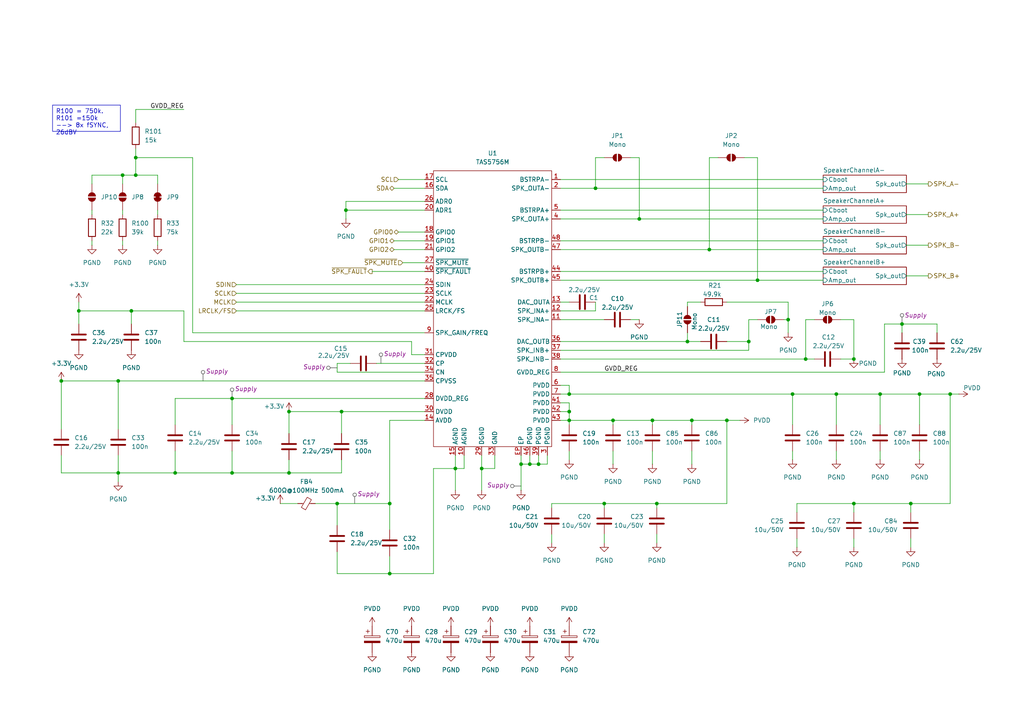
<source format=kicad_sch>
(kicad_sch (version 20231120) (generator "eeschema") (generator_version "8.0")
  (paper "A4")
  (title_block (title "Amplifier section"))
  (lib_symbols
    (symbol "Device:C" (pin_numbers hide) (pin_names (offset 0.254))
      (property "Reference" "C" (at 0.635 2.54 0))
      (property "Value" "C" (at 0.635 -2.54 0))
      (symbol "C_0_1"
        (polyline (pts (xy -2.032 -0.762) (xy 2.032 -0.762)) (stroke (width 0.508)))
        (polyline (pts (xy -2.032 0.762) (xy 2.032 0.762)) (stroke (width 0.508)))
      )
      (symbol "C_1_1"
        (pin passive line (at 0 3.81 270) (length 2.794) (name "~") (number "1"))
        (pin passive line (at 0 -3.81 90) (length 2.794) (name "~") (number "2"))
      )
    )
    (symbol "Device:C_Polarized" (pin_numbers hide) (pin_names (offset 0.254))
      (property "Reference" "C" (at 0.635 2.54 0))
      (property "Value" "C_Polarized" (at 0.635 -2.54 0))
      (symbol "C_Polarized_0_1"
        (rectangle (start -2.286 0.508) (end 2.286 1.016))
        (polyline (pts (xy -1.778 2.286) (xy -0.762 2.286)))
        (polyline (pts (xy -1.27 2.794) (xy -1.27 1.778)))
        (rectangle (start 2.286 -0.508) (end -2.286 -1.016) (fill (type outline)))
      )
      (symbol "C_Polarized_1_1"
        (pin passive line (at 0 3.81 270) (length 2.794) (name "~") (number "1"))
        (pin passive line (at 0 -3.81 90) (length 2.794) (name "~") (number "2"))
      )
    )
    (symbol "Device:FerriteBead_Small" (pin_numbers hide) (pin_names (offset 0))
      (property "Reference" "FB" (at 1.905 1.27 0))
      (property "Value" "FerriteBead_Small" (at 1.905 -1.27 0))
      (symbol "FerriteBead_Small_0_1"
        (polyline (pts (xy 0 -1.27) (xy 0 -0.7874)))
        (polyline (pts (xy 0 0.889) (xy 0 1.2954)))
        (polyline (pts (xy -1.8288 0.2794) (xy -1.1176 1.4986) (xy 1.8288 -0.2032) (xy 1.1176 -1.4224) (xy -1.8288 0.2794)))
      )
      (symbol "FerriteBead_Small_1_1"
        (pin passive line (at 0 2.54 270) (length 1.27) (name "~") (number "1"))
        (pin passive line (at 0 -2.54 90) (length 1.27) (name "~") (number "2"))
      )
    )
    (symbol "Device:R" (pin_numbers hide) (pin_names (offset 0))
      (property "Reference" "R" (at 2.032 0 90))
      (property "Value" "R" (at 0 0 90))
      (symbol "R_0_1"
        (rectangle (start -1.016 -2.54) (end 1.016 2.54) (stroke (width 0.254)))
      )
      (symbol "R_1_1"
        (pin passive line (at 0 3.81 270) (length 1.27) (name "~") (number "1"))
        (pin passive line (at 0 -3.81 90) (length 1.27) (name "~") (number "2"))
      )
    )
    (symbol "Jumper:SolderJumper_2_Bridged" (pin_numbers hide) (pin_names (offset 0) hide) (exclude_from_sim yes) (in_bom no)
      (property "Reference" "JP" (at 0 2.032 0))
      (property "Value" "SolderJumper_2_Bridged" (at 0 -2.54 0))
      (symbol "SolderJumper_2_Bridged_0_1"
        (rectangle (start -0.508 0.508) (end 0.508 -0.508) (fill (type outline)))
        (arc (start -0.254 1.016) (mid -1.2656 0) (end -0.254 -1.016))
        (arc (start -0.254 1.016) (mid -1.2656 0) (end -0.254 -1.016) (fill (type outline)))
        (polyline (pts (xy -0.254 1.016) (xy -0.254 -1.016)))
        (polyline (pts (xy 0.254 1.016) (xy 0.254 -1.016)))
        (arc (start 0.254 -1.016) (mid 1.2656 0) (end 0.254 1.016))
        (arc (start 0.254 -1.016) (mid 1.2656 0) (end 0.254 1.016) (fill (type outline)))
      )
      (symbol "SolderJumper_2_Bridged_1_1"
        (pin passive line (at -3.81 0 0) (length 2.54) (name "A") (number "1"))
        (pin passive line (at 3.81 0 180) (length 2.54) (name "B") (number "2"))
      )
    )
    (symbol "Jumper:SolderJumper_2_Open" (pin_numbers hide) (pin_names (offset 0) hide) (exclude_from_sim yes) (in_bom no)
      (property "Reference" "JP" (at 0 2.032 0))
      (property "Value" "SolderJumper_2_Open" (at 0 -2.54 0))
      (symbol "SolderJumper_2_Open_0_1"
        (arc (start -0.254 1.016) (mid -1.2656 0) (end -0.254 -1.016))
        (arc (start -0.254 1.016) (mid -1.2656 0) (end -0.254 -1.016) (fill (type outline)))
        (polyline (pts (xy -0.254 1.016) (xy -0.254 -1.016)))
        (polyline (pts (xy 0.254 1.016) (xy 0.254 -1.016)))
        (arc (start 0.254 -1.016) (mid 1.2656 0) (end 0.254 1.016))
        (arc (start 0.254 -1.016) (mid 1.2656 0) (end 0.254 1.016) (fill (type outline)))
      )
      (symbol "SolderJumper_2_Open_1_1"
        (pin passive line (at -3.81 0 0) (length 2.54) (name "A") (number "1"))
        (pin passive line (at 3.81 0 180) (length 2.54) (name "B") (number "2"))
      )
    )
    (symbol "TAS5756:TAS5756M"
      (property "Reference" "U" (at 0 0 0))
      (symbol "TAS5756M_0_1"
        (polyline (pts (xy -15.24 43.18) (xy -15.24 -36.83) (xy 19.05 -36.83) (xy 19.05 43.18) (xy -15.24 43.18)))
      )
      (symbol "TAS5756M_1_1"
        (pin power_in line (at 21.59 40.64 180) (length 2.54) (name "BSTRPA-") (number "1"))
        (pin power_in line (at -6.35 -39.37 90) (length 2.54) (name "AGND") (number "10"))
        (pin input line (at 21.59 0 180) (length 2.54) (name "SPK_INA-") (number "11"))
        (pin input line (at 21.59 2.54 180) (length 2.54) (name "SPK_INA+") (number "12"))
        (pin output line (at 21.59 5.08 180) (length 2.54) (name "DAC_OUTA") (number "13"))
        (pin power_in line (at -17.78 -29.21 0) (length 2.54) (name "AVDD") (number "14"))
        (pin power_in line (at -8.89 -39.37 90) (length 2.54) (name "AGND") (number "15"))
        (pin bidirectional line (at -17.78 38.1 0) (length 2.54) (name "SDA") (number "16"))
        (pin input line (at -17.78 40.64 0) (length 2.54) (name "SCL") (number "17"))
        (pin bidirectional line (at -17.78 25.4 0) (length 2.54) (name "GPIO0") (number "18"))
        (pin bidirectional line (at -17.78 22.86 0) (length 2.54) (name "GPIO1") (number "19"))
        (pin output line (at 21.59 38.1 180) (length 2.54) (name "SPK_OUTA-") (number "2"))
        (pin input line (at -17.78 31.75 0) (length 2.54) (name "ADR1") (number "20"))
        (pin bidirectional line (at -17.78 20.32 0) (length 2.54) (name "GPIO2") (number "21"))
        (pin input line (at -17.78 5.08 0) (length 2.54) (name "MCLK") (number "22"))
        (pin bidirectional line (at -17.78 7.62 0) (length 2.54) (name "SCLK") (number "23"))
        (pin input line (at -17.78 10.16 0) (length 2.54) (name "SDIN") (number "24"))
        (pin bidirectional line (at -17.78 2.54 0) (length 2.54) (name "LRCK/FS") (number "25"))
        (pin input line (at -17.78 34.29 0) (length 2.54) (name "ADR0") (number "26"))
        (pin input line (at -17.78 16.51 0) (length 2.54) (name "~{SPK_MUTE}") (number "27"))
        (pin power_in line (at -17.78 -22.86 0) (length 2.54) (name "DVDD_REG") (number "28"))
        (pin power_in line (at -1.27 -39.37 90) (length 2.54) (name "DGND") (number "29"))
        (pin power_in line (at 17.78 -39.37 90) (length 2.54) (name "PGND") (number "3"))
        (pin power_in line (at -17.78 -26.67 0) (length 2.54) (name "DVDD") (number "30"))
        (pin power_in line (at -17.78 -10.16 0) (length 2.54) (name "CPVDD") (number "31"))
        (pin power_in line (at -17.78 -12.7 0) (length 2.54) (name "CP") (number "32"))
        (pin power_in line (at 2.54 -39.37 90) (length 2.54) (name "GND") (number "33"))
        (pin power_in line (at -17.78 -15.24 0) (length 2.54) (name "CN") (number "34"))
        (pin power_in line (at -17.78 -17.78 0) (length 2.54) (name "CPVSS") (number "35"))
        (pin output line (at 21.59 -6.35 180) (length 2.54) (name "DAC_OUTB") (number "36"))
        (pin input line (at 21.59 -8.89 180) (length 2.54) (name "SPK_INB+") (number "37"))
        (pin input line (at 21.59 -11.43 180) (length 2.54) (name "SPK_INB-") (number "38"))
        (pin power_in line (at 15.24 -39.37 90) (length 2.54) (name "PGND") (number "39"))
        (pin output line (at 21.59 29.21 180) (length 2.54) (name "SPK_OUTA+") (number "4"))
        (pin open_collector line (at -17.78 13.97 0) (length 2.54) (name "~{SPK_FAULT}") (number "40"))
        (pin power_in line (at 21.59 -24.13 180) (length 2.54) (name "PVDD") (number "41"))
        (pin power_in line (at 21.59 -26.67 180) (length 2.54) (name "PVDD") (number "42"))
        (pin power_in line (at 21.59 -29.21 180) (length 2.54) (name "PVDD") (number "43"))
        (pin power_in line (at 21.59 13.97 180) (length 2.54) (name "BSTRPB+") (number "44"))
        (pin output line (at 21.59 11.43 180) (length 2.54) (name "SPK_OUTB+") (number "45"))
        (pin power_in line (at 12.7 -39.37 90) (length 2.54) (name "PGND") (number "46"))
        (pin output line (at 21.59 20.32 180) (length 2.54) (name "SPK_OUTB-") (number "47"))
        (pin power_in line (at 21.59 22.86 180) (length 2.54) (name "BSTRPB-") (number "48"))
        (pin power_in line (at 21.59 31.75 180) (length 2.54) (name "BSTRPA+") (number "5"))
        (pin power_in line (at 21.59 -19.05 180) (length 2.54) (name "PVDD") (number "6"))
        (pin power_in line (at 21.59 -21.59 180) (length 2.54) (name "PVDD") (number "7"))
        (pin power_in line (at 21.59 -15.24 180) (length 2.54) (name "GVDD_REG") (number "8"))
        (pin input line (at -17.78 -3.81 0) (length 2.54) (name "SPK_GAIN/FREQ") (number "9"))
        (pin power_in line (at 10.16 -39.37 90) (length 2.54) (name "EP") (number "EP"))
      )
    )
    (symbol "power:+24V" (power) (pin_numbers hide) (pin_names (offset 0) hide)
      (property "Value" "+24V" (at 0 3.556 0))
      (symbol "+24V_0_1"
        (polyline (pts (xy -0.762 1.27) (xy 0 2.54)))
        (polyline (pts (xy 0 0) (xy 0 2.54)))
        (polyline (pts (xy 0 2.54) (xy 0.762 1.27)))
      )
      (symbol "+24V_1_1"
        (pin power_in line (at 0 0 90) (length 0) (name "~") (number "1"))
      )
    )
    (symbol "power:+3.3V" (power) (pin_numbers hide) (pin_names (offset 0) hide)
      (property "Value" "+3.3V" (at 0 3.556 0))
      (symbol "+3.3V_0_1"
        (polyline (pts (xy -0.762 1.27) (xy 0 2.54)))
        (polyline (pts (xy 0 0) (xy 0 2.54)))
        (polyline (pts (xy 0 2.54) (xy 0.762 1.27)))
      )
      (symbol "+3.3V_1_1"
        (pin power_in line (at 0 0 90) (length 0) (name "~") (number "1"))
      )
    )
    (symbol "power:GND1" (power) (pin_numbers hide) (pin_names (offset 0) hide)
      (property "Value" "GND1" (at 0 -3.81 0))
      (symbol "GND1_0_1"
        (polyline (pts (xy 0 0) (xy 0 -1.27) (xy 1.27 -1.27) (xy 0 -2.54) (xy -1.27 -1.27) (xy 0 -1.27)))
      )
      (symbol "GND1_1_1"
        (pin power_in line (at 0 0 270) (length 0) (name "~") (number "1"))
      )
    )
  )
  (junction (at 97.79 146.05))
  (junction (at 67.31 115.57))
  (junction (at 38.1 90.17))
  (junction (at 113.03 166.37))
  (junction (at 255.27 114.3))
  (junction (at 34.29 110.49))
  (junction (at 229.87 114.3))
  (junction (at 67.31 137.16))
  (junction (at 132.08 135.89))
  (junction (at 165.1 121.92))
  (junction (at 205.74 72.39))
  (junction (at 200.66 121.92))
  (junction (at 151.13 134.62))
  (junction (at 247.65 104.14))
  (junction (at 172.72 54.61))
  (junction (at 233.68 104.14))
  (junction (at 261.62 93.98))
  (junction (at 17.78 110.49))
  (junction (at 266.7 114.3))
  (junction (at 139.7 135.89))
  (junction (at 22.86 90.17))
  (junction (at 35.56 50.8))
  (junction (at 199.39 99.06))
  (junction (at 153.67 134.62))
  (junction (at 264.16 146.05))
  (junction (at 185.42 63.5))
  (junction (at 275.59 114.3))
  (junction (at 175.26 146.05))
  (junction (at 100.33 60.96))
  (junction (at 190.5 146.05))
  (junction (at 177.8 121.92))
  (junction (at 189.23 121.92))
  (junction (at 247.65 146.05))
  (junction (at 228.6 92.71))
  (junction (at 83.82 137.16))
  (junction (at 165.1 119.38))
  (junction (at 219.71 81.28))
  (junction (at 34.29 137.16))
  (junction (at 217.17 99.06))
  (junction (at 242.57 114.3))
  (junction (at 165.1 114.3))
  (junction (at 50.8 137.16))
  (junction (at 210.82 121.92))
  (junction (at 39.37 45.72))
  (junction (at 156.21 134.62))
  (junction (at 99.06 119.38))
  (junction (at 113.03 146.05))
  (junction (at 83.82 119.38))
  (junction (at 39.37 50.8))
  (wire (pts (xy 165.1 111.76) (xy 165.1 114.3)))
  (wire (pts (xy 139.7 142.24) (xy 139.7 135.89)))
  (wire (pts (xy 151.13 134.62) (xy 151.13 142.24)))
  (wire (pts (xy 162.56 119.38) (xy 165.1 119.38)))
  (wire (pts (xy 177.8 121.92) (xy 189.23 121.92)))
  (wire (pts (xy 67.31 115.57) (xy 67.31 123.19)))
  (wire (pts (xy 215.9 45.72) (xy 219.71 45.72)))
  (wire (pts (xy 123.19 119.38) (xy 99.06 119.38)))
  (wire (pts (xy 229.87 130.81) (xy 229.87 133.35)))
  (wire (pts (xy 208.28 45.72) (xy 205.74 45.72)))
  (wire (pts (xy 97.79 166.37) (xy 113.03 166.37)))
  (wire (pts (xy 162.56 92.71) (xy 175.26 92.71)))
  (wire (pts (xy 177.8 130.81) (xy 177.8 134.62)))
  (wire (pts (xy 165.1 121.92) (xy 177.8 121.92)))
  (wire (pts (xy 38.1 90.17) (xy 38.1 93.98)))
  (wire (pts (xy 264.16 146.05) (xy 264.16 148.59)))
  (wire (pts (xy 125.73 166.37) (xy 125.73 135.89)))
  (wire (pts (xy 266.7 114.3) (xy 266.7 123.19)))
  (wire (pts (xy 160.02 146.05) (xy 160.02 147.32)))
  (wire (pts (xy 271.78 93.98) (xy 271.78 96.52)))
  (wire (pts (xy 261.62 93.98) (xy 261.62 96.52)))
  (wire (pts (xy 199.39 96.52) (xy 199.39 99.06)))
  (wire (pts (xy 247.65 92.71) (xy 247.65 104.14)))
  (wire (pts (xy 242.57 130.81) (xy 242.57 133.35)))
  (wire (pts (xy 67.31 137.16) (xy 50.8 137.16)))
  (wire (pts (xy 45.72 50.8) (xy 45.72 53.34)))
  (wire (pts (xy 162.56 72.39) (xy 205.74 72.39)))
  (wire (pts (xy 83.82 119.38) (xy 99.06 119.38)))
  (wire (pts (xy 255.27 114.3) (xy 266.7 114.3)))
  (wire (pts (xy 139.7 135.89) (xy 139.7 132.08)))
  (wire (pts (xy 109.22 105.41) (xy 123.19 105.41)))
  (wire (pts (xy 68.58 90.17) (xy 123.19 90.17)))
  (wire (pts (xy 38.1 90.17) (xy 53.34 90.17)))
  (wire (pts (xy 256.54 93.98) (xy 261.62 93.98)))
  (wire (pts (xy 26.67 71.12) (xy 26.67 69.85)))
  (wire (pts (xy 217.17 92.71) (xy 217.17 99.06)))
  (wire (pts (xy 39.37 45.72) (xy 39.37 50.8)))
  (wire (pts (xy 34.29 132.08) (xy 34.29 137.16)))
  (wire (pts (xy 114.3 54.61) (xy 123.19 54.61)))
  (wire (pts (xy 156.21 134.62) (xy 158.75 134.62)))
  (wire (pts (xy 26.67 53.34) (xy 26.67 50.8)))
  (wire (pts (xy 162.56 101.6) (xy 217.17 101.6)))
  (wire (pts (xy 151.13 134.62) (xy 151.13 132.08)))
  (wire (pts (xy 68.58 82.55) (xy 123.19 82.55)))
  (wire (pts (xy 116.84 76.2) (xy 123.19 76.2)))
  (wire (pts (xy 243.84 104.14) (xy 247.65 104.14)))
  (wire (pts (xy 190.5 146.05) (xy 190.5 147.32)))
  (wire (pts (xy 26.67 60.96) (xy 26.67 62.23)))
  (wire (pts (xy 190.5 146.05) (xy 175.26 146.05)))
  (wire (pts (xy 97.79 152.4) (xy 97.79 146.05)))
  (wire (pts (xy 50.8 123.19) (xy 50.8 115.57)))
  (wire (pts (xy 236.22 92.71) (xy 233.68 92.71)))
  (wire (pts (xy 262.89 71.12) (xy 269.24 71.12)))
  (wire (pts (xy 97.79 105.41) (xy 101.6 105.41)))
  (wire (pts (xy 67.31 130.81) (xy 67.31 137.16)))
  (wire (pts (xy 217.17 101.6) (xy 217.17 99.06)))
  (wire (pts (xy 200.66 121.92) (xy 210.82 121.92)))
  (wire (pts (xy 162.56 121.92) (xy 165.1 121.92)))
  (wire (pts (xy 228.6 87.63) (xy 228.6 92.71)))
  (wire (pts (xy 182.88 45.72) (xy 185.42 45.72)))
  (wire (pts (xy 22.86 87.63) (xy 22.86 90.17)))
  (wire (pts (xy 100.33 58.42) (xy 123.19 58.42)))
  (wire (pts (xy 219.71 81.28) (xy 238.76 81.28)))
  (wire (pts (xy 97.79 107.95) (xy 97.79 105.41)))
  (wire (pts (xy 233.68 104.14) (xy 236.22 104.14)))
  (wire (pts (xy 255.27 114.3) (xy 255.27 123.19)))
  (wire (pts (xy 228.6 92.71) (xy 228.6 96.52)))
  (wire (pts (xy 39.37 35.56) (xy 39.37 31.75)))
  (wire (pts (xy 35.56 60.96) (xy 35.56 62.23)))
  (wire (pts (xy 39.37 45.72) (xy 55.88 45.72)))
  (wire (pts (xy 113.03 161.29) (xy 113.03 166.37)))
  (wire (pts (xy 100.33 60.96) (xy 100.33 58.42)))
  (wire (pts (xy 231.14 146.05) (xy 231.14 148.59)))
  (wire (pts (xy 114.3 69.85) (xy 123.19 69.85)))
  (wire (pts (xy 53.34 90.17) (xy 53.34 99.06)))
  (wire (pts (xy 162.56 107.95) (xy 256.54 107.95)))
  (wire (pts (xy 81.28 146.05) (xy 86.36 146.05)))
  (wire (pts (xy 162.56 99.06) (xy 199.39 99.06)))
  (wire (pts (xy 114.3 72.39) (xy 123.19 72.39)))
  (wire (pts (xy 247.65 146.05) (xy 247.65 148.59)))
  (wire (pts (xy 162.56 87.63) (xy 165.1 87.63)))
  (wire (pts (xy 123.19 60.96) (xy 100.33 60.96)))
  (wire (pts (xy 189.23 121.92) (xy 189.23 123.19)))
  (wire (pts (xy 123.19 121.92) (xy 113.03 121.92)))
  (wire (pts (xy 113.03 166.37) (xy 125.73 166.37)))
  (wire (pts (xy 99.06 119.38) (xy 99.06 125.73)))
  (wire (pts (xy 83.82 125.73) (xy 83.82 119.38)))
  (wire (pts (xy 132.08 135.89) (xy 132.08 142.24)))
  (wire (pts (xy 185.42 63.5) (xy 238.76 63.5)))
  (wire (pts (xy 22.86 90.17) (xy 38.1 90.17)))
  (wire (pts (xy 162.56 69.85) (xy 238.76 69.85)))
  (wire (pts (xy 200.66 121.92) (xy 200.66 123.19)))
  (wire (pts (xy 262.89 80.01) (xy 269.24 80.01)))
  (wire (pts (xy 165.1 133.35) (xy 165.1 130.81)))
  (wire (pts (xy 233.68 92.71) (xy 233.68 104.14)))
  (wire (pts (xy 189.23 121.92) (xy 200.66 121.92)))
  (wire (pts (xy 205.74 72.39) (xy 238.76 72.39)))
  (wire (pts (xy 229.87 114.3) (xy 242.57 114.3)))
  (wire (pts (xy 165.1 119.38) (xy 165.1 121.92)))
  (wire (pts (xy 151.13 134.62) (xy 153.67 134.62)))
  (wire (pts (xy 107.95 78.74) (xy 123.19 78.74)))
  (wire (pts (xy 123.19 110.49) (xy 34.29 110.49)))
  (wire (pts (xy 172.72 54.61) (xy 238.76 54.61)))
  (wire (pts (xy 83.82 133.35) (xy 83.82 137.16)))
  (wire (pts (xy 162.56 116.84) (xy 165.1 116.84)))
  (wire (pts (xy 39.37 50.8) (xy 45.72 50.8)))
  (wire (pts (xy 210.82 87.63) (xy 228.6 87.63)))
  (wire (pts (xy 39.37 43.18) (xy 39.37 45.72)))
  (wire (pts (xy 156.21 132.08) (xy 156.21 134.62)))
  (wire (pts (xy 165.1 114.3) (xy 229.87 114.3)))
  (wire (pts (xy 132.08 135.89) (xy 134.62 135.89)))
  (wire (pts (xy 275.59 146.05) (xy 264.16 146.05)))
  (wire (pts (xy 162.56 78.74) (xy 238.76 78.74)))
  (wire (pts (xy 264.16 146.05) (xy 247.65 146.05)))
  (wire (pts (xy 113.03 146.05) (xy 113.03 153.67)))
  (wire (pts (xy 165.1 116.84) (xy 165.1 119.38)))
  (wire (pts (xy 83.82 137.16) (xy 67.31 137.16)))
  (wire (pts (xy 17.78 110.49) (xy 34.29 110.49)))
  (wire (pts (xy 160.02 157.48) (xy 160.02 154.94)))
  (wire (pts (xy 119.38 102.87) (xy 123.19 102.87)))
  (wire (pts (xy 199.39 99.06) (xy 203.2 99.06)))
  (wire (pts (xy 203.2 87.63) (xy 199.39 87.63)))
  (wire (pts (xy 256.54 107.95) (xy 256.54 93.98)))
  (wire (pts (xy 162.56 63.5) (xy 185.42 63.5)))
  (wire (pts (xy 227.33 92.71) (xy 228.6 92.71)))
  (wire (pts (xy 125.73 135.89) (xy 132.08 135.89)))
  (wire (pts (xy 189.23 130.81) (xy 189.23 134.62)))
  (wire (pts (xy 185.42 45.72) (xy 185.42 63.5)))
  (wire (pts (xy 199.39 87.63) (xy 199.39 88.9)))
  (wire (pts (xy 119.38 99.06) (xy 53.34 99.06)))
  (wire (pts (xy 162.56 114.3) (xy 165.1 114.3)))
  (wire (pts (xy 243.84 92.71) (xy 247.65 92.71)))
  (wire (pts (xy 247.65 146.05) (xy 231.14 146.05)))
  (wire (pts (xy 242.57 114.3) (xy 255.27 114.3)))
  (wire (pts (xy 219.71 92.71) (xy 217.17 92.71)))
  (wire (pts (xy 123.19 107.95) (xy 97.79 107.95)))
  (wire (pts (xy 190.5 146.05) (xy 210.82 146.05)))
  (wire (pts (xy 255.27 130.81) (xy 255.27 133.35)))
  (wire (pts (xy 172.72 90.17) (xy 172.72 87.63)))
  (wire (pts (xy 242.57 114.3) (xy 242.57 123.19)))
  (wire (pts (xy 55.88 96.52) (xy 55.88 45.72)))
  (wire (pts (xy 162.56 81.28) (xy 219.71 81.28)))
  (wire (pts (xy 264.16 158.75) (xy 264.16 156.21)))
  (wire (pts (xy 91.44 146.05) (xy 97.79 146.05)))
  (wire (pts (xy 113.03 121.92) (xy 113.03 146.05)))
  (wire (pts (xy 35.56 71.12) (xy 35.56 69.85)))
  (wire (pts (xy 68.58 87.63) (xy 123.19 87.63)))
  (wire (pts (xy 210.82 121.92) (xy 210.82 146.05)))
  (wire (pts (xy 266.7 130.81) (xy 266.7 133.35)))
  (wire (pts (xy 67.31 115.57) (xy 123.19 115.57)))
  (wire (pts (xy 175.26 146.05) (xy 160.02 146.05)))
  (wire (pts (xy 162.56 52.07) (xy 238.76 52.07)))
  (wire (pts (xy 55.88 96.52) (xy 123.19 96.52)))
  (wire (pts (xy 175.26 157.48) (xy 175.26 154.94)))
  (wire (pts (xy 175.26 146.05) (xy 175.26 147.32)))
  (wire (pts (xy 45.72 71.12) (xy 45.72 69.85)))
  (wire (pts (xy 162.56 90.17) (xy 172.72 90.17)))
  (wire (pts (xy 162.56 104.14) (xy 233.68 104.14)))
  (wire (pts (xy 26.67 50.8) (xy 35.56 50.8)))
  (wire (pts (xy 100.33 60.96) (xy 100.33 63.5)))
  (wire (pts (xy 210.82 121.92) (xy 214.63 121.92)))
  (wire (pts (xy 219.71 45.72) (xy 219.71 81.28)))
  (wire (pts (xy 50.8 115.57) (xy 67.31 115.57)))
  (wire (pts (xy 158.75 132.08) (xy 158.75 134.62)))
  (wire (pts (xy 275.59 114.3) (xy 278.13 114.3)))
  (wire (pts (xy 200.66 130.81) (xy 200.66 134.62)))
  (wire (pts (xy 34.29 137.16) (xy 34.29 139.7)))
  (wire (pts (xy 35.56 53.34) (xy 35.56 50.8)))
  (wire (pts (xy 132.08 135.89) (xy 132.08 132.08)))
  (wire (pts (xy 97.79 160.02) (xy 97.79 166.37)))
  (wire (pts (xy 162.56 60.96) (xy 238.76 60.96)))
  (wire (pts (xy 172.72 45.72) (xy 172.72 54.61)))
  (wire (pts (xy 261.62 93.98) (xy 271.78 93.98)))
  (wire (pts (xy 231.14 158.75) (xy 231.14 156.21)))
  (wire (pts (xy 99.06 137.16) (xy 83.82 137.16)))
  (wire (pts (xy 34.29 137.16) (xy 17.78 137.16)))
  (wire (pts (xy 177.8 121.92) (xy 177.8 123.19)))
  (wire (pts (xy 50.8 130.81) (xy 50.8 137.16)))
  (wire (pts (xy 262.89 62.23) (xy 269.24 62.23)))
  (wire (pts (xy 45.72 62.23) (xy 45.72 60.96)))
  (wire (pts (xy 134.62 132.08) (xy 134.62 135.89)))
  (wire (pts (xy 266.7 114.3) (xy 275.59 114.3)))
  (wire (pts (xy 22.86 90.17) (xy 22.86 93.98)))
  (wire (pts (xy 97.79 146.05) (xy 113.03 146.05)))
  (wire (pts (xy 115.57 67.31) (xy 123.19 67.31)))
  (wire (pts (xy 247.65 158.75) (xy 247.65 156.21)))
  (wire (pts (xy 17.78 132.08) (xy 17.78 137.16)))
  (wire (pts (xy 182.88 92.71) (xy 185.42 92.71)))
  (wire (pts (xy 35.56 50.8) (xy 39.37 50.8)))
  (wire (pts (xy 50.8 137.16) (xy 34.29 137.16)))
  (wire (pts (xy 162.56 54.61) (xy 172.72 54.61)))
  (wire (pts (xy 205.74 45.72) (xy 205.74 72.39)))
  (wire (pts (xy 190.5 157.48) (xy 190.5 154.94)))
  (wire (pts (xy 165.1 121.92) (xy 165.1 123.19)))
  (wire (pts (xy 115.57 52.07) (xy 123.19 52.07)))
  (wire (pts (xy 39.37 31.75) (xy 53.34 31.75)))
  (wire (pts (xy 143.51 135.89) (xy 139.7 135.89)))
  (wire (pts (xy 153.67 132.08) (xy 153.67 134.62)))
  (wire (pts (xy 275.59 114.3) (xy 275.59 146.05)))
  (wire (pts (xy 153.67 134.62) (xy 156.21 134.62)))
  (wire (pts (xy 34.29 110.49) (xy 34.29 124.46)))
  (wire (pts (xy 119.38 102.87) (xy 119.38 99.06)))
  (wire (pts (xy 175.26 45.72) (xy 172.72 45.72)))
  (wire (pts (xy 210.82 99.06) (xy 217.17 99.06)))
  (wire (pts (xy 262.89 53.34) (xy 269.24 53.34)))
  (wire (pts (xy 99.06 133.35) (xy 99.06 137.16)))
  (wire (pts (xy 229.87 114.3) (xy 229.87 123.19)))
  (wire (pts (xy 17.78 124.46) (xy 17.78 110.49)))
  (wire (pts (xy 68.58 85.09) (xy 123.19 85.09)))
  (wire (pts (xy 162.56 111.76) (xy 165.1 111.76)))
  (wire (pts (xy 143.51 132.08) (xy 143.51 135.89)))
  (text_box "R100 = 750k. R101 =150k --> 8x fSYNC, 26dBV" (at 15.24 30.48 0) (size 19.685 7.62) (effects (font (size 1.27 1.27)) (justify left top)))
  (label "GVDD_REG" (at 53.34 31.75 180))
  (label "GVDD_REG" (at 175.26 107.95 0))
  (hierarchical_label "GPIO0" (shape bidirectional) (at 115.57 67.31 180))
  (hierarchical_label "~{SPK_MUTE}" (shape input) (at 116.84 76.2 180))
  (hierarchical_label "SPK_B-" (shape output) (at 269.24 71.12 0))
  (hierarchical_label "SCLK" (shape input) (at 68.58 85.09 180))
  (hierarchical_label "MCLK" (shape input) (at 68.58 87.63 180))
  (hierarchical_label "SPK_A-" (shape output) (at 269.24 53.34 0))
  (hierarchical_label "GPIO1" (shape bidirectional) (at 114.3 69.85 180))
  (hierarchical_label "SDIN" (shape input) (at 68.58 82.55 180))
  (hierarchical_label "SPK_A+" (shape output) (at 269.24 62.23 0))
  (hierarchical_label "SPK_B+" (shape output) (at 269.24 80.01 0))
  (hierarchical_label "GPIO2" (shape bidirectional) (at 114.3 72.39 180))
  (hierarchical_label "SDA" (shape bidirectional) (at 114.3 54.61 180))
  (hierarchical_label "~{SPK_FAULT}" (shape output) (at 107.95 78.74 180))
  (hierarchical_label "LRCLK{slash}FS" (shape input) (at 68.58 90.17 180))
  (hierarchical_label "SCL" (shape input) (at 115.57 52.07 180))
  (netclass_flag "" (length 2.54) (shape round) (at 102.87 146.05 0) (property "Netclass" "Supply" (at 103.632 143.256 0) (effects (font (italic yes)) (justify left))))
  (netclass_flag "" (length 2.54) (shape round) (at 110.49 105.41 0) (property "Netclass" "Supply" (at 111.252 102.616 0) (effects (font (italic yes)) (justify left))))
  (netclass_flag "" (length 2.54) (shape round) (at 151.13 140.97 90) (property "Netclass" "Supply" (at 141.224 140.716 0) (effects (font (italic yes)) (justify left))))
  (netclass_flag "" (length 2.54) (shape round) (at 58.887 110.49 0) (property "Netclass" "Supply" (at 59.649 107.696 0) (effects (font (italic yes)) (justify left))))
  (netclass_flag "" (length 2.54) (shape round) (at 97.79 106.68 90) (property "Netclass" "Supply" (at 87.884 106.426 0) (effects (font (italic yes)) (justify left))))
  (netclass_flag "" (length 2.54) (shape round) (at 261.62 93.98 0) (property "Netclass" "Supply" (at 262.3185 91.44 0) (effects (font (italic yes)) (justify left))))
  (netclass_flag "" (length 2.54) (shape round) (at 67.31 115.57 0) (property "Netclass" "Supply" (at 68.072 112.776 0) (effects (font (italic yes)) (justify left))))
  (symbol (lib_id "power:GND1") (at 175.26 157.48 0) (unit 1)
    (property "Reference" "#PWR027" (effects (hide yes)))
    (property "Value" "PGND" (at 175.26 162.56 0))
    (property "Description" "Power symbol creates a global label with name \"GND1\" , ground" (effects (hide yes)))
  )
  (symbol (lib_id "Jumper:SolderJumper_2_Open") (at 199.39 92.71 90) (unit 1) (exclude_from_sim yes) (in_bom no)
    (property "Reference" "JP11" (at 197.104 92.71 0))
    (property "Value" "Mono" (at 201.422 93.218 0))
    (property "Footprint" "Jumper:SolderJumper-2_P1.3mm_Open_RoundedPad1.0x1.5mm" (effects (hide yes)))
    (property "Description" "Solder Jumper, 2-pole, open" (effects (hide yes)))
  )
  (symbol (lib_id "power:GND1") (at 45.72 71.12 0) (unit 1)
    (property "Reference" "#PWR030" (effects (hide yes)))
    (property "Value" "PGND" (at 45.72 76.2 0))
    (property "Description" "Power symbol creates a global label with name \"GND1\" , ground" (effects (hide yes)))
  )
  (symbol (lib_id "power:GND1") (at 22.86 101.6 0) (unit 1)
    (property "Reference" "#PWR054" (effects (hide yes)))
    (property "Value" "PGND" (at 22.86 106.68 0))
    (property "Description" "Power symbol creates a global label with name \"GND1\" , ground" (effects (hide yes)))
  )
  (symbol (lib_id "Device:C") (at 105.41 105.41 270) (unit 1)
    (property "Reference" "C15" (at 98.806 101.092 90))
    (property "Value" "2.2u/25V" (at 96.774 103.124 90))
    (property "Footprint" "Capacitor_SMD:C_0805_2012Metric" (effects (hide yes)))
    (property "Description" "Unpolarized capacitor" (effects (hide yes)))
  )
  (symbol (lib_id "power:GND1") (at 229.87 133.35 0) (unit 1)
    (property "Reference" "#PWR023" (effects (hide yes)))
    (property "Value" "PGND" (at 229.87 138.43 0))
    (property "Description" "Power symbol creates a global label with name \"GND1\" , ground" (effects (hide yes)))
  )
  (symbol (lib_id "Device:C") (at 17.78 128.27 0) (unit 1)
    (property "Reference" "C16" (at 21.59 126.9999 0) (effects (justify left)))
    (property "Value" "2.2u/25V" (at 21.59 129.5399 0) (effects (justify left)))
    (property "Footprint" "Capacitor_SMD:C_0805_2012Metric" (effects (hide yes)))
    (property "Description" "Unpolarized capacitor" (effects (hide yes)))
  )
  (symbol (lib_id "power:+24V") (at 107.95 181.61 0) (unit 1)
    (property "Reference" "#PWR03" (effects (hide yes)))
    (property "Value" "PVDD" (at 107.95 176.53 0))
    (property "Description" "Power symbol creates a global label with name \"+24V\"" (effects (hide yes)))
  )
  (symbol (lib_id "power:GND1") (at 100.33 63.5 0) (unit 1)
    (property "Reference" "#PWR02" (effects (hide yes)))
    (property "Value" "PGND" (at 100.33 68.58 0))
    (property "Description" "Power symbol creates a global label with name \"GND1\" , ground" (effects (hide yes)))
  )
  (symbol (lib_id "Jumper:SolderJumper_2_Open") (at 35.56 57.15 90) (unit 1) (exclude_from_sim yes) (in_bom no)
    (property "Reference" "JP8" (at 38.1 57.1499 90) (effects (justify right)))
    (property "Value" "SolderJumper_2_Open" (effects (hide yes)))
    (property "Footprint" "Jumper:SolderJumper-2_P1.3mm_Open_RoundedPad1.0x1.5mm" (effects (hide yes)))
    (property "Description" "Solder Jumper, 2-pole, open" (effects (hide yes)))
  )
  (symbol (lib_id "Device:C") (at 190.5 151.13 0) (mirror y) (unit 1)
    (property "Reference" "C23" (at 186.69 149.8599 0) (effects (justify left)))
    (property "Value" "10u/50V" (at 186.69 152.3999 0) (effects (justify left)))
    (property "Footprint" "Capacitor_SMD:C_1206_3216Metric" (effects (hide yes)))
    (property "Description" "Unpolarized capacitor" (effects (hide yes)))
  )
  (symbol (lib_id "Device:C") (at 22.86 97.79 0) (unit 1)
    (property "Reference" "C36" (at 26.67 96.5199 0) (effects (justify left)))
    (property "Value" "2.2u/25V" (at 26.67 99.0599 0) (effects (justify left)))
    (property "Footprint" "Capacitor_SMD:C_0805_2012Metric" (effects (hide yes)))
    (property "Description" "Unpolarized capacitor" (effects (hide yes)))
  )
  (symbol (lib_id "power:+3.3V") (at 17.78 110.49 0) (unit 1)
    (property "Reference" "#PWR051" (effects (hide yes)))
    (property "Value" "+3.3V" (at 17.78 105.41 0))
    (property "Description" "Power symbol creates a global label with name \"+3.3V\"" (effects (hide yes)))
  )
  (symbol (lib_id "Device:C") (at 200.66 127 0) (unit 1)
    (property "Reference" "C86" (at 204.47 125.7299 0) (effects (justify left)))
    (property "Value" "100n" (at 204.47 128.2699 0) (effects (justify left)))
    (property "Footprint" "Capacitor_SMD:C_0603_1608Metric" (effects (hide yes)))
    (property "Description" "Unpolarized capacitor" (effects (hide yes)))
  )
  (symbol (lib_id "Device:C") (at 247.65 152.4 0) (mirror y) (unit 1)
    (property "Reference" "C27" (at 243.84 151.1299 0) (effects (justify left)))
    (property "Value" "10u/50V" (at 243.84 153.6699 0) (effects (justify left)))
    (property "Footprint" "Capacitor_SMD:C_1206_3216Metric" (effects (hide yes)))
    (property "Description" "Unpolarized capacitor" (effects (hide yes)))
  )
  (symbol (lib_id "power:GND1") (at 189.23 134.62 0) (unit 1)
    (property "Reference" "#PWR0122" (effects (hide yes)))
    (property "Value" "PGND" (at 189.23 139.7 0))
    (property "Description" "Power symbol creates a global label with name \"GND1\" , ground" (effects (hide yes)))
  )
  (symbol (lib_id "power:GND1") (at 142.24 189.23 0) (unit 1)
    (property "Reference" "#PWR041" (effects (hide yes)))
    (property "Value" "PGND" (at 142.24 194.31 0))
    (property "Description" "Power symbol creates a global label with name \"GND1\" , ground" (effects (hide yes)))
  )
  (symbol (lib_id "Device:C_Polarized") (at 107.95 185.42 0) (unit 1)
    (property "Reference" "C70" (at 111.76 183.2609 0) (effects (justify left)))
    (property "Value" "470u" (at 111.76 185.8009 0) (effects (justify left)))
    (property "Footprint" "Capacitor_THT:CP_Radial_D10.0mm_P5.00mm_P7.50mm" (effects (hide yes)))
    (property "Description" "Polarized capacitor" (effects (hide yes)))
    (property "reichelt" "FR-A 470U 35" (effects (hide yes)))
  )
  (symbol (lib_id "power:GND1") (at 139.7 142.24 0) (unit 1)
    (property "Reference" "#PWR011" (effects (hide yes)))
    (property "Value" "PGND" (at 139.7 147.32 0))
    (property "Description" "Power symbol creates a global label with name \"GND1\" , ground" (effects (hide yes)))
  )
  (symbol (lib_id "Device:C") (at 189.23 127 0) (unit 1)
    (property "Reference" "C85" (at 193.04 125.7299 0) (effects (justify left)))
    (property "Value" "100n" (at 193.04 128.2699 0) (effects (justify left)))
    (property "Footprint" "Capacitor_SMD:C_0603_1608Metric" (effects (hide yes)))
    (property "Description" "Unpolarized capacitor" (effects (hide yes)))
  )
  (symbol (lib_id "power:+24V") (at 142.24 181.61 0) (unit 1)
    (property "Reference" "#PWR040" (effects (hide yes)))
    (property "Value" "PVDD" (at 142.24 176.53 0))
    (property "Description" "Power symbol creates a global label with name \"+24V\"" (effects (hide yes)))
  )
  (symbol (lib_id "Device:C") (at 177.8 127 0) (unit 1)
    (property "Reference" "C13" (at 181.61 125.7299 0) (effects (justify left)))
    (property "Value" "100n" (at 181.61 128.2699 0) (effects (justify left)))
    (property "Footprint" "Capacitor_SMD:C_0603_1608Metric" (effects (hide yes)))
    (property "Description" "Unpolarized capacitor" (effects (hide yes)))
  )
  (symbol (lib_id "Device:C") (at 240.03 104.14 90) (unit 1)
    (property "Reference" "C12" (at 240.284 97.79 90))
    (property "Value" "2.2u/25V" (at 240.284 100.33 90))
    (property "Footprint" "Capacitor_SMD:C_0805_2012Metric" (effects (hide yes)))
    (property "Description" "Unpolarized capacitor" (effects (hide yes)))
  )
  (symbol (lib_id "power:GND1") (at 153.67 189.23 0) (unit 1)
    (property "Reference" "#PWR043" (effects (hide yes)))
    (property "Value" "PGND" (at 153.67 194.31 0))
    (property "Description" "Power symbol creates a global label with name \"GND1\" , ground" (effects (hide yes)))
  )
  (symbol (lib_id "power:GND1") (at 165.1 133.35 0) (unit 1)
    (property "Reference" "#PWR031" (effects (hide yes)))
    (property "Value" "PGND" (at 165.1 138.43 0))
    (property "Description" "Power symbol creates a global label with name \"GND1\" , ground" (effects (hide yes)))
  )
  (symbol (lib_id "power:GND1") (at 264.16 158.75 0) (unit 1)
    (property "Reference" "#PWR033" (effects (hide yes)))
    (property "Value" "PGND" (at 264.16 163.83 0))
    (property "Description" "Power symbol creates a global label with name \"GND1\" , ground" (effects (hide yes)))
  )
  (symbol (lib_id "power:+24V") (at 278.13 114.3 270) (unit 1)
    (property "Reference" "#PWR032" (effects (hide yes)))
    (property "Value" "PVDD" (at 279.4 112.522 90) (effects (justify left)))
    (property "Description" "Power symbol creates a global label with name \"+24V\"" (effects (hide yes)))
  )
  (symbol (lib_id "power:GND1") (at 130.81 189.23 0) (unit 1)
    (property "Reference" "#PWR039" (effects (hide yes)))
    (property "Value" "PGND" (at 130.81 194.31 0))
    (property "Description" "Power symbol creates a global label with name \"GND1\" , ground" (effects (hide yes)))
  )
  (symbol (lib_id "power:+24V") (at 119.38 181.61 0) (unit 1)
    (property "Reference" "#PWR036" (effects (hide yes)))
    (property "Value" "PVDD" (at 119.38 176.53 0))
    (property "Description" "Power symbol creates a global label with name \"+24V\"" (effects (hide yes)))
  )
  (symbol (lib_id "Jumper:SolderJumper_2_Open") (at 212.09 45.72 0) (unit 1) (exclude_from_sim yes) (in_bom no)
    (property "Reference" "JP2" (at 212.09 39.37 0))
    (property "Value" "Mono" (at 212.09 41.91 0))
    (property "Footprint" "Jumper:SolderJumper-2_P1.3mm_Open_RoundedPad1.0x1.5mm" (effects (hide yes)))
    (property "Description" "Solder Jumper, 2-pole, open" (effects (hide yes)))
  )
  (symbol (lib_id "Device:C") (at 175.26 151.13 0) (mirror y) (unit 1)
    (property "Reference" "C20" (at 171.45 149.8599 0) (effects (justify left)))
    (property "Value" "10u/50V" (at 171.45 152.3999 0) (effects (justify left)))
    (property "Footprint" "Capacitor_SMD:C_1206_3216Metric" (effects (hide yes)))
    (property "Description" "Unpolarized capacitor" (effects (hide yes)))
  )
  (symbol (lib_id "power:GND1") (at 247.65 158.75 0) (unit 1)
    (property "Reference" "#PWR022" (effects (hide yes)))
    (property "Value" "PGND" (at 247.65 163.83 0))
    (property "Description" "Power symbol creates a global label with name \"GND1\" , ground" (effects (hide yes)))
  )
  (symbol (lib_id "Jumper:SolderJumper_2_Open") (at 179.07 45.72 0) (unit 1) (exclude_from_sim yes) (in_bom no)
    (property "Reference" "JP1" (at 179.07 39.37 0))
    (property "Value" "Mono" (at 179.07 41.91 0))
    (property "Footprint" "Jumper:SolderJumper-2_P1.3mm_Open_RoundedPad1.0x1.5mm" (effects (hide yes)))
    (property "Description" "Solder Jumper, 2-pole, open" (effects (hide yes)))
  )
  (symbol (lib_id "Device:C_Polarized") (at 130.81 185.42 0) (unit 1)
    (property "Reference" "C29" (at 134.62 183.2609 0) (effects (justify left)))
    (property "Value" "470u" (at 134.62 185.8009 0) (effects (justify left)))
    (property "Footprint" "Capacitor_THT:CP_Radial_D10.0mm_P5.00mm_P7.50mm" (effects (hide yes)))
    (property "Description" "Polarized capacitor" (effects (hide yes)))
    (property "reichelt" "FR-A 470U 35" (effects (hide yes)))
  )
  (symbol (lib_id "power:GND1") (at 231.14 158.75 0) (unit 1)
    (property "Reference" "#PWR024" (effects (hide yes)))
    (property "Value" "PGND" (at 231.14 163.83 0))
    (property "Description" "Power symbol creates a global label with name \"GND1\" , ground" (effects (hide yes)))
  )
  (symbol (lib_id "power:+3.3V") (at 81.28 146.05 0) (unit 1)
    (property "Reference" "#PWR052" (effects (hide yes)))
    (property "Value" "+3.3V" (at 76.962 144.526 0))
    (property "Description" "Power symbol creates a global label with name \"+3.3V\"" (effects (hide yes)))
  )
  (symbol (lib_id "power:GND1") (at 160.02 157.48 0) (unit 1)
    (property "Reference" "#PWR028" (effects (hide yes)))
    (property "Value" "PGND" (at 160.02 162.56 0))
    (property "Description" "Power symbol creates a global label with name \"GND1\" , ground" (effects (hide yes)))
  )
  (symbol (lib_id "power:+3.3V") (at 22.86 87.63 0) (unit 1)
    (property "Reference" "#PWR020" (effects (hide yes)))
    (property "Value" "+3.3V" (at 22.86 82.55 0))
    (property "Description" "Power symbol creates a global label with name \"+3.3V\"" (effects (hide yes)))
  )
  (symbol (lib_id "Device:C") (at 113.03 157.48 0) (unit 1)
    (property "Reference" "C32" (at 116.84 156.2099 0) (effects (justify left)))
    (property "Value" "100n" (at 116.84 158.7499 0) (effects (justify left)))
    (property "Footprint" "Capacitor_SMD:C_0603_1608Metric" (effects (hide yes)))
    (property "Description" "Unpolarized capacitor" (effects (hide yes)))
  )
  (symbol (lib_id "Device:C") (at 271.78 100.33 180) (unit 1)
    (property "Reference" "C62" (at 275.59 99.0599 0) (effects (justify right)))
    (property "Value" "2.2u/25V" (at 275.59 101.5999 0) (effects (justify right)))
    (property "Footprint" "Capacitor_SMD:C_0805_2012Metric" (effects (hide yes)))
    (property "Description" "Unpolarized capacitor" (effects (hide yes)))
  )
  (symbol (lib_id "power:GND1") (at 261.62 104.14 0) (unit 1)
    (property "Reference" "#PWR056" (effects (hide yes)))
    (property "Value" "PGND" (at 261.62 108.204 0))
    (property "Description" "Power symbol creates a global label with name \"GND1\" , ground" (effects (hide yes)))
  )
  (symbol (lib_id "power:GND1") (at 266.7 133.35 0) (unit 1)
    (property "Reference" "#PWR019" (effects (hide yes)))
    (property "Value" "PGND" (at 266.7 138.43 0))
    (property "Description" "Power symbol creates a global label with name \"GND1\" , ground" (effects (hide yes)))
  )
  (symbol (lib_id "power:GND1") (at 107.95 189.23 0) (unit 1)
    (property "Reference" "#PWR04" (effects (hide yes)))
    (property "Value" "PGND" (at 107.95 194.31 0))
    (property "Description" "Power symbol creates a global label with name \"GND1\" , ground" (effects (hide yes)))
  )
  (symbol (lib_id "Device:C") (at 255.27 127 0) (unit 1)
    (property "Reference" "C87" (at 259.08 125.7299 0) (effects (justify left)))
    (property "Value" "100n" (at 259.08 128.2699 0) (effects (justify left)))
    (property "Footprint" "Capacitor_SMD:C_0603_1608Metric" (effects (hide yes)))
    (property "Description" "Unpolarized capacitor" (effects (hide yes)))
  )
  (symbol (lib_id "Device:C") (at 168.91 87.63 90) (unit 1)
    (property "Reference" "C1" (at 172.212 86.36 90))
    (property "Value" "2.2u/25V" (at 169.418 84.074 90))
    (property "Footprint" "Capacitor_SMD:C_0805_2012Metric" (effects (hide yes)))
    (property "Description" "Unpolarized capacitor" (effects (hide yes)))
  )
  (symbol (lib_id "Device:R") (at 207.01 87.63 90) (unit 1)
    (property "Reference" "R21" (at 209.296 82.804 90) (effects (justify left)))
    (property "Value" "49.9k" (at 209.296 85.344 90) (effects (justify left)))
    (property "Footprint" "Resistor_SMD:R_0603_1608Metric" (effects (hide yes)))
    (property "Description" "Resistor" (effects (hide yes)))
    (property "JLCPCB#" "C23184" (effects (hide yes)))
  )
  (symbol (lib_id "Device:C") (at 38.1 97.79 0) (unit 1)
    (property "Reference" "C37" (at 41.91 96.5199 0) (effects (justify left)))
    (property "Value" "100n" (at 41.91 99.0599 0) (effects (justify left)))
    (property "Footprint" "Capacitor_SMD:C_0603_1608Metric" (effects (hide yes)))
    (property "Description" "Unpolarized capacitor" (effects (hide yes)))
  )
  (symbol (lib_id "Device:C") (at 99.06 129.54 0) (unit 1)
    (property "Reference" "C35" (at 102.87 128.2699 0) (effects (justify left)))
    (property "Value" "100n" (at 102.87 130.8099 0) (effects (justify left)))
    (property "Footprint" "Capacitor_SMD:C_0603_1608Metric" (effects (hide yes)))
    (property "Description" "Unpolarized capacitor" (effects (hide yes)))
  )
  (symbol (lib_id "power:GND1") (at 35.56 71.12 0) (unit 1)
    (property "Reference" "#PWR0103" (effects (hide yes)))
    (property "Value" "PGND" (at 35.56 76.2 0))
    (property "Description" "Power symbol creates a global label with name \"GND1\" , ground" (effects (hide yes)))
  )
  (symbol (lib_id "Device:C") (at 179.07 92.71 90) (unit 1)
    (property "Reference" "C10" (at 179.07 86.614 90))
    (property "Value" "2.2u/25V" (at 179.07 89.154 90))
    (property "Footprint" "Capacitor_SMD:C_0805_2012Metric" (effects (hide yes)))
    (property "Description" "Unpolarized capacitor" (effects (hide yes)))
  )
  (symbol (lib_id "Jumper:SolderJumper_2_Bridged") (at 45.72 57.15 90) (unit 1) (exclude_from_sim yes) (in_bom no)
    (property "Reference" "JP9" (at 48.26 57.1499 90) (effects (justify right)))
    (property "Value" "SolderJumper_2_Bridged" (effects (hide yes)))
    (property "Footprint" "Jumper:SolderJumper-2_P1.3mm_Bridged_RoundedPad1.0x1.5mm" (effects (hide yes)))
    (property "Description" "Solder Jumper, 2-pole, closed/bridged" (effects (hide yes)))
  )
  (symbol (lib_id "power:GND1") (at 38.1 101.6 0) (unit 1)
    (property "Reference" "#PWR048" (effects (hide yes)))
    (property "Value" "PGND" (at 38.1 106.68 0))
    (property "Description" "Power symbol creates a global label with name \"GND1\" , ground" (effects (hide yes)))
  )
  (symbol (lib_id "Jumper:SolderJumper_2_Open") (at 240.03 92.71 0) (unit 1) (exclude_from_sim yes) (in_bom no)
    (property "Reference" "JP6" (at 240.03 88.138 0))
    (property "Value" "Mono" (at 240.03 90.678 0))
    (property "Footprint" "Jumper:SolderJumper-2_P1.3mm_Open_RoundedPad1.0x1.5mm" (effects (hide yes)))
    (property "Description" "Solder Jumper, 2-pole, open" (effects (hide yes)))
  )
  (symbol (lib_id "Device:C") (at 229.87 127 0) (unit 1)
    (property "Reference" "C26" (at 233.68 125.7299 0) (effects (justify left)))
    (property "Value" "100n" (at 233.68 128.2699 0) (effects (justify left)))
    (property "Footprint" "Capacitor_SMD:C_0603_1608Metric" (effects (hide yes)))
    (property "Description" "Unpolarized capacitor" (effects (hide yes)))
  )
  (symbol (lib_id "power:GND1") (at 200.66 134.62 0) (unit 1)
    (property "Reference" "#PWR0123" (effects (hide yes)))
    (property "Value" "PGND" (at 200.66 139.7 0))
    (property "Description" "Power symbol creates a global label with name \"GND1\" , ground" (effects (hide yes)))
  )
  (symbol (lib_id "Device:C") (at 97.79 156.21 0) (unit 1)
    (property "Reference" "C18" (at 101.6 154.9399 0) (effects (justify left)))
    (property "Value" "2.2u/25V" (at 101.6 157.4799 0) (effects (justify left)))
    (property "Footprint" "Capacitor_SMD:C_0805_2012Metric" (effects (hide yes)))
    (property "Description" "Unpolarized capacitor" (effects (hide yes)))
  )
  (symbol (lib_id "Device:C") (at 83.82 129.54 0) (unit 1)
    (property "Reference" "C17" (at 87.63 128.2699 0) (effects (justify left)))
    (property "Value" "2.2u/25V" (at 87.63 130.8099 0) (effects (justify left)))
    (property "Footprint" "Capacitor_SMD:C_0805_2012Metric" (effects (hide yes)))
    (property "Description" "Unpolarized capacitor" (effects (hide yes)))
  )
  (symbol (lib_id "power:+24V") (at 153.67 181.61 0) (unit 1)
    (property "Reference" "#PWR042" (effects (hide yes)))
    (property "Value" "PVDD" (at 153.67 176.53 0))
    (property "Description" "Power symbol creates a global label with name \"+24V\"" (effects (hide yes)))
  )
  (symbol (lib_id "Device:C_Polarized") (at 153.67 185.42 0) (unit 1)
    (property "Reference" "C31" (at 157.48 183.2609 0) (effects (justify left)))
    (property "Value" "470u" (at 157.48 185.8009 0) (effects (justify left)))
    (property "Footprint" "Capacitor_THT:CP_Radial_D10.0mm_P5.00mm_P7.50mm" (effects (hide yes)))
    (property "Description" "Polarized capacitor" (effects (hide yes)))
    (property "reichelt" "FR-A 470U 35" (effects (hide yes)))
  )
  (symbol (lib_id "power:+24V") (at 130.81 181.61 0) (unit 1)
    (property "Reference" "#PWR038" (effects (hide yes)))
    (property "Value" "PVDD" (at 130.81 176.53 0))
    (property "Description" "Power symbol creates a global label with name \"+24V\"" (effects (hide yes)))
  )
  (symbol (lib_id "power:+24V") (at 214.63 121.92 270) (unit 1)
    (property "Reference" "#PWR034" (effects (hide yes)))
    (property "Value" "PVDD" (at 218.44 121.9199 90) (effects (justify left)))
    (property "Description" "Power symbol creates a global label with name \"+24V\"" (effects (hide yes)))
  )
  (symbol (lib_id "Device:R") (at 26.67 66.04 0) (unit 1)
    (property "Reference" "R32" (at 29.21 64.7699 0) (effects (justify left)))
    (property "Value" "22k" (at 29.21 67.3099 0) (effects (justify left)))
    (property "Footprint" "Resistor_SMD:R_0603_1608Metric" (effects (hide yes)))
    (property "Description" "Resistor" (effects (hide yes)))
    (property "JLCPCB" "C31850" (effects (hide yes)))
  )
  (symbol (lib_id "power:GND1") (at 190.5 157.48 0) (unit 1)
    (property "Reference" "#PWR026" (effects (hide yes)))
    (property "Value" "PGND" (at 190.5 162.56 0))
    (property "Description" "Power symbol creates a global label with name \"GND1\" , ground" (effects (hide yes)))
  )
  (symbol (lib_id "Device:C") (at 231.14 152.4 0) (mirror y) (unit 1)
    (property "Reference" "C25" (at 227.33 151.1299 0) (effects (justify left)))
    (property "Value" "10u/50V" (at 227.33 153.6699 0) (effects (justify left)))
    (property "Footprint" "Capacitor_SMD:C_1206_3216Metric" (effects (hide yes)))
    (property "Description" "Unpolarized capacitor" (effects (hide yes)))
  )
  (symbol (lib_id "power:GND1") (at 119.38 189.23 0) (unit 1)
    (property "Reference" "#PWR037" (effects (hide yes)))
    (property "Value" "PGND" (at 119.38 194.31 0))
    (property "Description" "Power symbol creates a global label with name \"GND1\" , ground" (effects (hide yes)))
  )
  (symbol (lib_id "Jumper:SolderJumper_2_Open") (at 223.52 92.71 0) (unit 1) (exclude_from_sim yes) (in_bom no)
    (property "Reference" "JP7" (at 223.52 90.424 0))
    (property "Value" "Mono" (at 223.012 94.742 0))
    (property "Footprint" "Jumper:SolderJumper-2_P1.3mm_Open_RoundedPad1.0x1.5mm" (effects (hide yes)))
    (property "Description" "Solder Jumper, 2-pole, open" (effects (hide yes)))
  )
  (symbol (lib_id "Device:C_Polarized") (at 142.24 185.42 0) (unit 1)
    (property "Reference" "C30" (at 146.05 183.2609 0) (effects (justify left)))
    (property "Value" "470u" (at 146.05 185.8009 0) (effects (justify left)))
    (property "Footprint" "Capacitor_THT:CP_Radial_D10.0mm_P5.00mm_P7.50mm" (effects (hide yes)))
    (property "Description" "Polarized capacitor" (effects (hide yes)))
    (property "reichelt" "FR-A 470U 35" (effects (hide yes)))
  )
  (symbol (lib_id "power:GND1") (at 185.42 92.71 0) (unit 1)
    (property "Reference" "#PWR015" (effects (hide yes)))
    (property "Value" "PGND" (at 185.42 97.79 0))
    (property "Description" "Power symbol creates a global label with name \"GND1\" , ground" (effects (hide yes)))
  )
  (symbol (lib_id "power:GND1") (at 271.78 104.14 0) (unit 1)
    (property "Reference" "#PWR050" (effects (hide yes)))
    (property "Value" "PGND" (at 271.526 108.458 0))
    (property "Description" "Power symbol creates a global label with name \"GND1\" , ground" (effects (hide yes)))
  )
  (symbol (lib_id "power:GND1") (at 247.65 104.14 0) (unit 1)
    (property "Reference" "#PWR016" (effects (hide yes)))
    (property "Value" "PGND" (at 251.714 105.41 0))
    (property "Description" "Power symbol creates a global label with name \"GND1\" , ground" (effects (hide yes)))
  )
  (symbol (lib_id "TAS5756:TAS5756M") (at 140.97 92.71 0) (unit 1)
    (property "Reference" "U1" (at 142.875 44.45 0))
    (property "Value" "TAS5756M" (at 142.875 46.99 0))
    (property "Footprint" "TSSOP48EP:TSSOP-48_6.1x12.5mm_P0.5mm_EP" (effects (hide yes)))
  )
  (symbol (lib_id "power:GND1") (at 242.57 133.35 0) (unit 1)
    (property "Reference" "#PWR025" (effects (hide yes)))
    (property "Value" "PGND" (at 242.57 138.43 0))
    (property "Description" "Power symbol creates a global label with name \"GND1\" , ground" (effects (hide yes)))
  )
  (symbol (lib_id "Device:C") (at 67.31 127 0) (unit 1)
    (property "Reference" "C34" (at 71.12 125.7299 0) (effects (justify left)))
    (property "Value" "100n" (at 71.12 128.2699 0) (effects (justify left)))
    (property "Footprint" "Capacitor_SMD:C_0603_1608Metric" (effects (hide yes)))
    (property "Description" "Unpolarized capacitor" (effects (hide yes)))
  )
  (symbol (lib_id "Device:R") (at 45.72 66.04 0) (unit 1)
    (property "Reference" "R33" (at 48.1771 64.7699 0) (effects (justify left)))
    (property "Value" "75k" (at 48.1771 67.3099 0) (effects (justify left)))
    (property "Footprint" "Resistor_SMD:R_0603_1608Metric" (effects (hide yes)))
    (property "Description" "Resistor" (effects (hide yes)))
    (property "JLCPCB" "C23242" (effects (hide yes)))
  )
  (symbol (lib_id "power:GND1") (at 177.8 134.62 0) (unit 1)
    (property "Reference" "#PWR029" (effects (hide yes)))
    (property "Value" "PGND" (at 177.8 139.7 0))
    (property "Description" "Power symbol creates a global label with name \"GND1\" , ground" (effects (hide yes)))
  )
  (symbol (lib_id "Device:C") (at 261.62 100.33 0) (unit 1)
    (property "Reference" "C39" (at 264.668 99.06 0) (effects (justify left)))
    (property "Value" "100n" (at 264.414 101.6 0) (effects (justify left)))
    (property "Footprint" "Capacitor_SMD:C_0603_1608Metric" (effects (hide yes)))
    (property "Description" "Unpolarized capacitor" (effects (hide yes)))
  )
  (symbol (lib_id "Device:R") (at 39.37 39.37 0) (unit 1)
    (property "Reference" "R101" (at 41.91 38.0999 0) (effects (justify left)))
    (property "Value" "15k" (at 41.91 40.6399 0) (effects (justify left)))
    (property "Footprint" "Resistor_SMD:R_0603_1608Metric" (effects (hide yes)))
    (property "Description" "Resistor" (effects (hide yes)))
    (property "JLCPCB#" "C22809" (effects (hide yes)))
  )
  (symbol (lib_id "Device:C") (at 50.8 127 0) (unit 1)
    (property "Reference" "C14" (at 54.61 125.7299 0) (effects (justify left)))
    (property "Value" "2.2u/25V" (at 54.61 128.2699 0) (effects (justify left)))
    (property "Footprint" "Capacitor_SMD:C_0805_2012Metric" (effects (hide yes)))
    (property "Description" "Unpolarized capacitor" (effects (hide yes)))
  )
  (symbol (lib_id "Device:C_Polarized") (at 165.1 185.42 0) (unit 1)
    (property "Reference" "C72" (at 168.91 183.2609 0) (effects (justify left)))
    (property "Value" "470u" (at 168.91 185.8009 0) (effects (justify left)))
    (property "Footprint" "Capacitor_THT:CP_Radial_D10.0mm_P5.00mm_P7.50mm" (effects (hide yes)))
    (property "Description" "Polarized capacitor" (effects (hide yes)))
    (property "reichelt" "FR-A 470U 35" (effects (hide yes)))
  )
  (symbol (lib_id "Device:R") (at 35.56 66.04 0) (unit 1)
    (property "Reference" "R100" (at 38.1 64.7699 0) (effects (justify left)))
    (property "Value" "39k" (at 38.1 67.3099 0) (effects (justify left)))
    (property "Footprint" "Resistor_SMD:R_0603_1608Metric" (effects (hide yes)))
    (property "Description" "Resistor" (effects (hide yes)))
    (property "JLCPCB" "C23153" (effects (hide yes)))
  )
  (symbol (lib_id "power:+24V") (at 165.1 181.61 0) (unit 1)
    (property "Reference" "#PWR044" (effects (hide yes)))
    (property "Value" "PVDD" (at 165.1 176.53 0))
    (property "Description" "Power symbol creates a global label with name \"+24V\"" (effects (hide yes)))
  )
  (symbol (lib_id "Device:C") (at 242.57 127 0) (unit 1)
    (property "Reference" "C24" (at 246.38 125.7299 0) (effects (justify left)))
    (property "Value" "100n" (at 246.38 128.2699 0) (effects (justify left)))
    (property "Footprint" "Capacitor_SMD:C_0603_1608Metric" (effects (hide yes)))
    (property "Description" "Unpolarized capacitor" (effects (hide yes)))
  )
  (symbol (lib_id "Device:C") (at 165.1 127 0) (unit 1)
    (property "Reference" "C19" (at 168.91 125.7299 0) (effects (justify left)))
    (property "Value" "100n" (at 168.91 128.2699 0) (effects (justify left)))
    (property "Footprint" "Capacitor_SMD:C_0603_1608Metric" (effects (hide yes)))
    (property "Description" "Unpolarized capacitor" (effects (hide yes)))
  )
  (symbol (lib_id "Device:FerriteBead_Small") (at 88.9 146.05 90) (unit 1)
    (property "Reference" "FB4" (at 88.8619 139.7 90))
    (property "Value" "600Ω@100MHz 500mA" (at 88.8619 142.24 90))
    (property "Footprint" "Inductor_SMD:L_0805_2012Metric" (effects (hide yes)))
    (property "Description" "Ferrite bead, small symbol" (effects (hide yes)))
    (property "JLCPCB#" "C1017" (effects (hide yes)))
  )
  (symbol (lib_id "power:GND1") (at 151.13 142.24 0) (unit 1)
    (property "Reference" "#PWR05" (effects (hide yes)))
    (property "Value" "PGND" (at 151.13 147.32 0))
    (property "Description" "Power symbol creates a global label with name \"GND1\" , ground" (effects (hide yes)))
  )
  (symbol (lib_id "Device:C") (at 34.29 128.27 0) (unit 1)
    (property "Reference" "C33" (at 38.1 126.9999 0) (effects (justify left)))
    (property "Value" "100n" (at 38.1 129.5399 0) (effects (justify left)))
    (property "Footprint" "Capacitor_SMD:C_0603_1608Metric" (effects (hide yes)))
    (property "Description" "Unpolarized capacitor" (effects (hide yes)))
  )
  (symbol (lib_id "power:GND1") (at 132.08 142.24 0) (unit 1)
    (property "Reference" "#PWR013" (effects (hide yes)))
    (property "Value" "PGND" (at 132.08 147.32 0))
    (property "Description" "Power symbol creates a global label with name \"GND1\" , ground" (effects (hide yes)))
  )
  (symbol (lib_id "Device:C_Polarized") (at 119.38 185.42 0) (unit 1)
    (property "Reference" "C28" (at 123.19 183.2609 0) (effects (justify left)))
    (property "Value" "470u" (at 123.19 185.8009 0) (effects (justify left)))
    (property "Footprint" "Capacitor_THT:CP_Radial_D10.0mm_P5.00mm_P7.50mm" (effects (hide yes)))
    (property "Description" "Polarized capacitor" (effects (hide yes)))
    (property "reichelt" "FR-A 470U 35" (effects (hide yes)))
  )
  (symbol (lib_id "Jumper:SolderJumper_2_Open") (at 26.67 57.15 90) (unit 1) (exclude_from_sim yes) (in_bom no)
    (property "Reference" "JP10" (at 29.21 57.1499 90) (effects (justify right)))
    (property "Value" "SolderJumper_2_Open" (effects (hide yes)))
    (property "Footprint" "Jumper:SolderJumper-2_P1.3mm_Open_RoundedPad1.0x1.5mm" (effects (hide yes)))
    (property "Description" "Solder Jumper, 2-pole, open" (effects (hide yes)))
  )
  (symbol (lib_id "power:GND1") (at 228.6 96.52 0) (unit 1)
    (property "Reference" "#PWR021" (effects (hide yes)))
    (property "Value" "PGND" (at 228.6 101.6 0))
    (property "Description" "Power symbol creates a global label with name \"GND1\" , ground" (effects (hide yes)))
  )
  (symbol (lib_id "power:GND1") (at 26.67 71.12 0) (unit 1)
    (property "Reference" "#PWR0104" (effects (hide yes)))
    (property "Value" "PGND" (at 26.67 76.2 0))
    (property "Description" "Power symbol creates a global label with name \"GND1\" , ground" (effects (hide yes)))
  )
  (symbol (lib_id "power:GND1") (at 255.27 133.35 0) (unit 1)
    (property "Reference" "#PWR018" (effects (hide yes)))
    (property "Value" "PGND" (at 255.27 138.43 0))
    (property "Description" "Power symbol creates a global label with name \"GND1\" , ground" (effects (hide yes)))
  )
  (symbol (lib_id "Device:C") (at 264.16 152.4 0) (mirror y) (unit 1)
    (property "Reference" "C84" (at 260.35 151.1299 0) (effects (justify left)))
    (property "Value" "10u/50V" (at 260.35 153.6699 0) (effects (justify left)))
    (property "Footprint" "Capacitor_SMD:C_1206_3216Metric" (effects (hide yes)))
    (property "Description" "Unpolarized capacitor" (effects (hide yes)))
  )
  (symbol (lib_id "Device:C") (at 160.02 151.13 0) (mirror y) (unit 1)
    (property "Reference" "C21" (at 156.21 149.8599 0) (effects (justify left)))
    (property "Value" "10u/50V" (at 156.21 152.3999 0) (effects (justify left)))
    (property "Footprint" "Capacitor_SMD:C_1206_3216Metric" (effects (hide yes)))
    (property "Description" "Unpolarized capacitor" (effects (hide yes)))
  )
  (symbol (lib_id "Device:C") (at 207.01 99.06 90) (unit 1)
    (property "Reference" "C11" (at 207.01 92.71 90))
    (property "Value" "2.2u/25V" (at 207.01 95.25 90))
    (property "Footprint" "Capacitor_SMD:C_0805_2012Metric" (effects (hide yes)))
    (property "Description" "Unpolarized capacitor" (effects (hide yes)))
  )
  (symbol (lib_id "power:GND1") (at 34.29 139.7 0) (unit 1)
    (property "Reference" "#PWR017" (effects (hide yes)))
    (property "Value" "PGND" (at 34.29 144.78 0))
    (property "Description" "Power symbol creates a global label with name \"GND1\" , ground" (effects (hide yes)))
  )
  (symbol (lib_id "power:+3.3V") (at 83.82 119.38 0) (unit 1)
    (property "Reference" "#PWR049" (effects (hide yes)))
    (property "Value" "+3.3V" (at 79.502 117.856 0))
    (property "Description" "Power symbol creates a global label with name \"+3.3V\"" (effects (hide yes)))
  )
  (symbol (lib_id "power:GND1") (at 165.1 189.23 0) (unit 1)
    (property "Reference" "#PWR059" (effects (hide yes)))
    (property "Value" "PGND" (at 165.1 194.31 0))
    (property "Description" "Power symbol creates a global label with name \"GND1\" , ground" (effects (hide yes)))
  )
  (symbol (lib_id "Device:C") (at 266.7 127 0) (unit 1)
    (property "Reference" "C88" (at 270.51 125.7299 0) (effects (justify left)))
    (property "Value" "100n" (at 270.51 128.2699 0) (effects (justify left)))
    (property "Footprint" "Capacitor_SMD:C_0603_1608Metric" (effects (hide yes)))
    (property "Description" "Unpolarized capacitor" (effects (hide yes)))
  )
  (sheet (at 238.76 77.47) (size 24.13 5.08) (stroke (width 0.1524))
    (property "Sheetname" "SpeakerChannelB+" (at 238.76 76.7584 0) (effects (justify left bottom)))
    (property "Sheetfile" "spkchannel.kicad_sch" (effects (hide yes)))
    (pin "Spk_out" output (at 262.89 80.01 0))
    (pin "Amp_out" input (at 238.76 81.28 180))
    (pin "Cboot" input (at 238.76 78.74 180))
  )
  (sheet (at 238.76 68.58) (size 24.13 5.08) (stroke (width 0.1524))
    (property "Sheetname" "SpeakerChannelB-" (at 238.76 67.8684 0) (effects (justify left bottom)))
    (property "Sheetfile" "spkchannel.kicad_sch" (effects (hide yes)))
    (pin "Spk_out" output (at 262.89 71.12 0))
    (pin "Amp_out" input (at 238.76 72.39 180))
    (pin "Cboot" input (at 238.76 69.85 180))
  )
  (sheet (at 238.76 59.69) (size 24.13 5.08) (stroke (width 0.1524))
    (property "Sheetname" "SpeakerChannelA+" (at 238.76 58.9784 0) (effects (justify left bottom)))
    (property "Sheetfile" "spkchannel.kicad_sch" (effects (hide yes)))
    (pin "Spk_out" output (at 262.89 62.23 0))
    (pin "Amp_out" input (at 238.76 63.5 180))
    (pin "Cboot" input (at 238.76 60.96 180))
  )
  (sheet (at 238.76 50.8) (size 24.13 5.08) (stroke (width 0.1524))
    (property "Sheetname" "SpeakerChannelA-" (at 238.76 50.0884 0) (effects (justify left bottom)))
    (property "Sheetfile" "spkchannel.kicad_sch" (effects (hide yes)))
    (pin "Spk_out" output (at 262.89 53.34 0))
    (pin "Amp_out" input (at 238.76 54.61 180))
    (pin "Cboot" input (at 238.76 52.07 180))
  )
)
</source>
